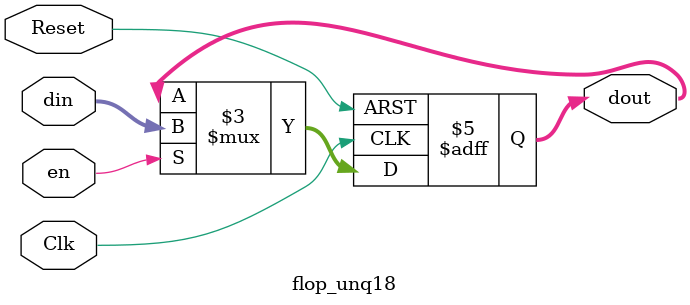
<source format=sv>

/* *****************************************************************************
 * File: flop.vp
 * 
 * Description:
 * Genesis2 flip-flop generator.
 * 
 * Required Genesis2 Controlable Parameters:
 * * Type		- Constant, Flop, RFlop, EFlop, or REFlop
 * * Width		- integer value specifying register width
 * * Default		- default value for the flop 
 *			 (only applies when flop_type=constant|rflop|reflop)
 * * SyncMode		- Sync or ASync flop * Change bar:
 * 
 * 
 * -----------
 * Date          Author   Description
 * Mar 30, 2010  shacham  init version  --  
 * May 20, 2014  jingpu   Add Async mode, change to active low reset
 * 
 * ****************************************************************************/


/*******************************************************************************
 * REQUIRED PARAMETERIZATION
 ******************************************************************************/
// Type (_GENESIS2_INHERITANCE_PRIORITY_) = REFlop
//
// Default (_GENESIS2_INHERITANCE_PRIORITY_) = 1
//
// Width (_GENESIS2_INHERITANCE_PRIORITY_) = 4
//
// SyncMode (_GENESIS2_DECLARATION_PRIORITY_) = ASync
//

module flop_unq18(
	       //inputs
	       input wire logic 		   Clk,
	       input wire logic [3:0]  din,
	       input wire logic 		   Reset,
	       input wire logic 		   en,

	       //outputs
	       output logic [3:0] dout
	       );


   /* synopsys dc_tcl_script_begin
    set_dont_retime [current_design] true
    set_optimize_registers false -design [current_design]
    */
   


   
   always_ff @(posedge Clk or negedge Reset) begin
      if (!Reset) 
	dout <= 4'h1;
      else if (en)
	dout <= din;
   end

endmodule : flop_unq18

</source>
